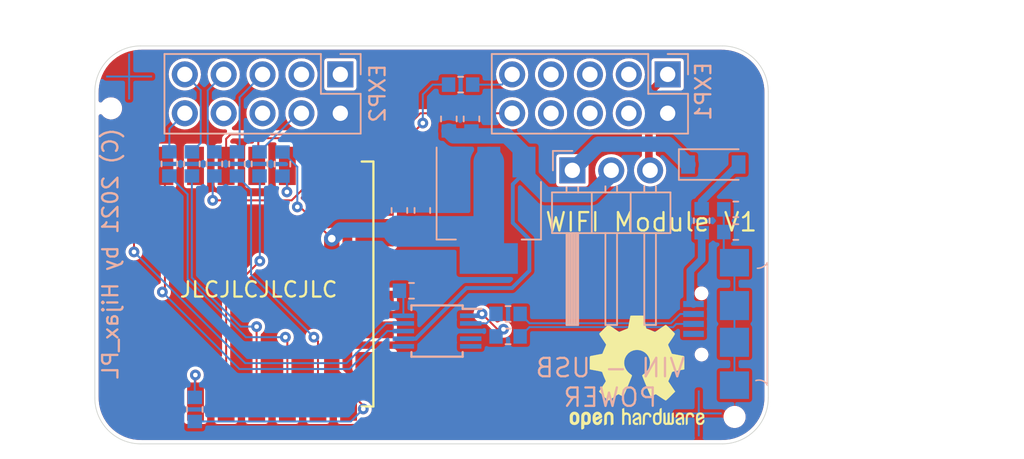
<source format=kicad_pcb>
(kicad_pcb (version 20210108) (generator pcbnew)
  (layers (0 "F.Cu" signal) (31 "B.Cu" signal) (34 "B.Paste" user) (35 "F.Paste" user) (36 "B.SilkS" user "B.Silkscreen") (37 "F.SilkS" user "F.Silkscreen") (38 "B.Mask" user) (39 "F.Mask" user) (44 "Edge.Cuts" user))
  (net 0 "")
  (net 1 "3.3V")
  (net 2 "GND")
  (net 3 "5V")
  (net 4 "Net-(C6-Pad2)")
  (net 5 "Net-(C19-Pad2)")
  (net 6 "Net-(D1-Pad2)")
  (net 7 "/GPIO4")
  (net 8 "/VBUS")
  (net 9 "/E_MISO")
  (net 10 "/E_SCK")
  (net 11 "/CSEL")
  (net 12 "/E_MOSI")
  (net 13 "/E_RST")
  (net 14 "Net-(F1-Pad1)")
  (net 15 "/D+")
  (net 16 "/D-")
  (net 17 "/MISO")
  (net 18 "/RST")
  (net 19 "/BOOT")
  (net 20 "/SCK")
  (net 21 "/MOSI")
  (net 22 "/EN")
  (net 23 "Net-(R8-Pad2)")
  (net 24 "USB_D-")
  (net 25 "USB_D+")
  (net 26 "TX")
  (net 27 "RX")
  (net 28 "/~CS")
  (net 29 "/VIN")
  (net 30 "Net-(EXP1-Pad9)")
  (footprint "PrntrBoardV2:JLC_Tool_hole" (layer "F.Cu") (at 88.461 110.821)
    (fp_text reference "H1" hide)
    (fp_text value "JLC Tooling Hole" hide)
    (pad "" np_thru_hole circle (at -18.661 10.419) (size 1.152 1.152) (drill 1.152) (layers *.Cu *.Mask) (clearance 0.148))
  )
  (footprint "Symbol:OSHW-Logo2_9.8x8mm_SilkScreen" (layer "F.Cu") (at 63.43 118.33)
    (fp_text reference "LOGO1" hide)
    (fp_text value "Logo_Open_Hardware_Small" hide)
  )
  (footprint "PrntrBoardV2:JLC_Tool_hole" (layer "F.Cu") (at 88.461 114.491)
    (fp_text reference "H2" hide)
    (fp_text value "JLC Tooling Hole" hide)
    (pad "" np_thru_hole circle (at -59.401 -13.411) (size 1.152 1.152) (drill 1.152) (layers *.Cu *.Mask) (clearance 0.148))
  )
  (footprint "PrntrBoardV2:ESP-12E_SMD" (layer "F.Cu") (at 30.58 119.54 90)
    (fp_text reference "U2" hide)
    (fp_text value "ESP-12F" hide)
    (pad "1" smd rect (at 0 0 90) (size 2.5 1.1) (drill (offset -0.7 0)) (layers "F.Cu" "F.Paste" "F.Mask") (net 18 "/RST"))
    (pad "2" smd rect (at 0 2 90) (size 2.5 1.1) (drill (offset -0.7 0)) (layers "F.Cu" "F.Paste" "F.Mask"))
    (pad "3" smd rect (at 0 4 90) (size 2.5 1.1) (drill (offset -0.7 0)) (layers "F.Cu" "F.Paste" "F.Mask") (net 22 "/EN"))
    (pad "4" smd rect (at 0 6 90) (size 2.5 1.1) (drill (offset -0.7 0)) (layers "F.Cu" "F.Paste" "F.Mask") (net 18 "/RST"))
    (pad "5" smd rect (at 0 8 90) (size 2.5 1.1) (drill (offset -0.7 0)) (layers "F.Cu" "F.Paste" "F.Mask") (net 20 "/SCK"))
    (pad "6" smd rect (at 0 10 90) (size 2.5 1.1) (drill (offset -0.7 0)) (layers "F.Cu" "F.Paste" "F.Mask") (net 17 "/MISO"))
    (pad "7" smd rect (at 0 12 90) (size 2.5 1.1) (drill (offset -0.7 0)) (layers "F.Cu" "F.Paste" "F.Mask") (net 21 "/MOSI"))
    (pad "8" smd rect (at 0 14 90) (size 2.5 1.1) (drill (offset -0.7 0)) (layers "F.Cu" "F.Paste" "F.Mask") (net 1 "3.3V"))
    (pad "9" smd rect (at 14 14 90) (size 2.5 1.1) (drill (offset 0.7 0)) (layers "F.Cu" "F.Paste" "F.Mask") (net 2 "GND"))
    (pad "10" smd rect (at 14 12 90) (size 2.5 1.1) (drill (offset 0.7 0)) (layers "F.Cu" "F.Paste" "F.Mask") (net 28 "/~CS"))
    (pad "11" smd rect (at 14 10 90) (size 2.5 1.1) (drill (offset 0.7 0)) (layers "F.Cu" "F.Paste" "F.Mask") (net 23 "Net-(R8-Pad2)"))
    (pad "12" smd rect (at 14 8 90) (size 2.5 1.1) (drill (offset 0.7 0)) (layers "F.Cu" "F.Paste" "F.Mask") (net 19 "/BOOT"))
    (pad "13" smd rect (at 14 6 90) (size 2.5 1.1) (drill (offset 0.7 0)) (layers "F.Cu" "F.Paste" "F.Mask") (net 7 "/GPIO4"))
    (pad "14" smd rect (at 14 4 90) (size 2.5 1.1) (drill (offset 0.7 0)) (layers "F.Cu" "F.Paste" "F.Mask"))
    (pad "15" smd rect (at 14 2 90) (size 2.5 1.1) (drill (offset 0.7 0)) (layers "F.Cu" "F.Paste" "F.Mask") (net 27 "RX"))
    (pad "16" smd rect (at 14 0 90) (size 2.5 1.1) (drill (offset 0.7 0)) (layers "F.Cu" "F.Paste" "F.Mask") (net 26 "TX"))
    (pad "17" smd rect (at 1.99 15 180) (size 2.5 1.1) (drill (offset -0.7 0)) (layers "F.Cu" "F.Paste" "F.Mask"))
    (pad "18" smd rect (at 3.99 15 180) (size 2.5 1.1) (drill (offset -0.7 0)) (layers "F.Cu" "F.Paste" "F.Mask"))
    (pad "19" smd rect (at 5.99 15 180) (size 2.5 1.1) (drill (offset -0.7 0)) (layers "F.Cu" "F.Paste" "F.Mask"))
    (pad "20" smd rect (at 7.99 15 180) (size 2.5 1.1) (drill (offset -0.7 0)) (layers "F.Cu" "F.Paste" "F.Mask"))
    (pad "21" smd rect (at 9.99 15 180) (size 2.5 1.1) (drill (offset -0.7 0)) (layers "F.Cu" "F.Paste" "F.Mask"))
    (pad "22" smd rect (at 11.99 15 180) (size 2.5 1.1) (drill (offset -0.7 0)) (layers "F.Cu" "F.Paste" "F.Mask"))
  )
  (footprint "Connector_PinSocket_2.54mm:PinSocket_2x05_P2.54mm_Vertical" (layer "B.Cu") (at 65.4268 98.86 90)
    (fp_text reference "EXP1" (at -1.11 2.3332 90) (layer "B.SilkS") (effects (justify mirror)))
    (fp_text value "IDC 2x5")
    (pad "1" thru_hole rect (at 0 0 90) (size 1.7 1.7) (drill 1) (layers *.Cu *.Mask) (net 29 "/VIN"))
    (pad "2" thru_hole oval (at -2.54 0 90) (size 1.7 1.7) (drill 1) (layers *.Cu *.Mask) (net 2 "GND"))
    (pad "3" thru_hole oval (at 0 -2.54 90) (size 1.7 1.7) (drill 1) (layers *.Cu *.Mask))
    (pad "4" thru_hole oval (at -2.54 -2.54 90) (size 1.7 1.7) (drill 1) (layers *.Cu *.Mask))
    (pad "5" thru_hole oval (at 0 -5.08 90) (size 1.7 1.7) (drill 1) (layers *.Cu *.Mask))
    (pad "6" thru_hole oval (at -2.54 -5.08 90) (size 1.7 1.7) (drill 1) (layers *.Cu *.Mask))
    (pad "7" thru_hole oval (at 0 -7.62 90) (size 1.7 1.7) (drill 1) (layers *.Cu *.Mask))
    (pad "8" thru_hole oval (at -2.54 -7.62 90) (size 1.7 1.7) (drill 1) (layers *.Cu *.Mask))
    (pad "9" thru_hole oval (at 0 -10.16 90) (size 1.7 1.7) (drill 1) (layers *.Cu *.Mask) (net 30 "Net-(EXP1-Pad9)"))
    (pad "10" thru_hole oval (at -2.54 -10.16 90) (size 1.7 1.7) (drill 1) (layers *.Cu *.Mask) (net 7 "/GPIO4"))
  )
  (footprint "Connector_PinSocket_2.54mm:PinSocket_2x05_P2.54mm_Vertical" (layer "B.Cu") (at 44.04 98.86 90)
    (fp_text reference "EXP2" (at -1.24 2.4364 270) (layer "B.SilkS") (effects (justify mirror)))
    (fp_text value "IDC 2x5")
    (pad "1" thru_hole rect (at 0 0 90) (size 1.7 1.7) (drill 1) (layers *.Cu *.Mask))
    (pad "2" thru_hole oval (at -2.54 0 90) (size 1.7 1.7) (drill 1) (layers *.Cu *.Mask) (net 2 "GND"))
    (pad "3" thru_hole oval (at 0 -2.54 90) (size 1.7 1.7) (drill 1) (layers *.Cu *.Mask))
    (pad "4" thru_hole oval (at -2.54 -2.54 90) (size 1.7 1.7) (drill 1) (layers *.Cu *.Mask) (net 13 "/E_RST"))
    (pad "5" thru_hole oval (at 0 -5.08 90) (size 1.7 1.7) (drill 1) (layers *.Cu *.Mask) (net 12 "/E_MOSI"))
    (pad "6" thru_hole oval (at -2.54 -5.08 90) (size 1.7 1.7) (drill 1) (layers *.Cu *.Mask))
    (pad "7" thru_hole oval (at 0 -7.62 90) (size 1.7 1.7) (drill 1) (layers *.Cu *.Mask) (net 11 "/CSEL"))
    (pad "8" thru_hole oval (at -2.54 -7.62 90) (size 1.7 1.7) (drill 1) (layers *.Cu *.Mask))
    (pad "9" thru_hole oval (at 0 -10.16 90) (size 1.7 1.7) (drill 1) (layers *.Cu *.Mask) (net 10 "/E_SCK"))
    (pad "10" thru_hole oval (at -2.54 -10.16 90) (size 1.7 1.7) (drill 1) (layers *.Cu *.Mask) (net 9 "/E_MISO"))
  )
  (footprint "PrntrBoardV2:R_0603_1608Metric" (layer "B.Cu") (at 34.53 120.75 -90)
    (fp_text reference "R7" hide)
    (fp_text value "10k" hide)
    (pad "1" smd rect (at -0.7875 0 270) (size 0.875 0.95) (layers "B.Cu" "B.Paste" "B.Mask") (net 22 "/EN"))
    (pad "2" smd rect (at 0.7875 0 270) (size 0.875 0.95) (layers "B.Cu" "B.Paste" "B.Mask") (net 1 "3.3V"))
  )
  (footprint "PrntrBoardV2:R_0603_1608Metric" (layer "B.Cu") (at 40.26 104.72 -90)
    (fp_text reference "R8" hide)
    (fp_text value "10k" hide)
    (pad "1" smd rect (at -0.7875 0 270) (size 0.875 0.95) (layers "B.Cu" "B.Paste" "B.Mask") (net 1 "3.3V"))
    (pad "2" smd rect (at 0.7875 0 270) (size 0.875 0.95) (layers "B.Cu" "B.Paste" "B.Mask") (net 23 "Net-(R8-Pad2)"))
  )
  (footprint "PrntrBoardV2:Fiducial_1mm_Dia_2.54mm_Outer_CopperTop" (layer "B.Cu") (at 67.46 121.01 180)
    (fp_text reference "FID2" hide)
    (fp_text value "Fiducial" hide)
    (pad "~" smd rect (at 0 0 180) (size 3 0.127) (layers "B.Cu" "B.Mask"))
    (pad "~" smd rect (at 0 0 180) (size 0.127 3) (layers "B.Cu" "B.Mask"))
  )
  (footprint "PrntrBoardV2:R_0603_1608Metric" (layer "B.Cu") (at 37.29 104.71 90)
    (fp_text reference "R6" hide)
    (fp_text value "47R" hide)
    (pad "1" smd rect (at -0.7875 0 90) (size 0.875 0.95) (layers "B.Cu" "B.Paste" "B.Mask") (net 21 "/MOSI"))
    (pad "2" smd rect (at 0.7875 0 90) (size 0.875 0.95) (layers "B.Cu" "B.Paste" "B.Mask") (net 12 "/E_MOSI"))
  )
  (footprint "PrntrBoardV2:C_0603_1608Metric" (layer "B.Cu") (at 52.61 101.77 90)
    (fp_text reference "C2" hide)
    (fp_text value "0.1uF" hide)
    (pad "1" smd rect (at -0.7875 0 90) (size 0.875 0.95) (layers "B.Cu" "B.Paste" "B.Mask") (net 3 "5V"))
    (pad "2" smd rect (at 0.7875 0 90) (size 0.875 0.95) (layers "B.Cu" "B.Paste" "B.Mask") (net 2 "GND"))
  )
  (footprint "PrntrBoardV2:R_0603_1608Metric" (layer "B.Cu") (at 51.9 99.53 180)
    (fp_text reference "R3" hide)
    (fp_text value "2k2" hide)
    (pad "1" smd rect (at -0.7875 0 180) (size 0.875 0.95) (layers "B.Cu" "B.Paste" "B.Mask") (net 30 "Net-(EXP1-Pad9)"))
    (pad "2" smd rect (at 0.7875 0 180) (size 0.875 0.95) (layers "B.Cu" "B.Paste" "B.Mask") (net 19 "/BOOT"))
  )
  (footprint "Package_SO:MSOP-10_3x3mm_P0.5mm" (layer "B.Cu") (at 50.36 115.63 180)
    (fp_text reference "U3" hide)
    (fp_text value "CH340G" hide)
    (pad "1" smd rect (at -2.2 1 180) (size 1.4 0.3) (layers "B.Cu" "B.Paste" "B.Mask") (net 25 "USB_D+"))
    (pad "2" smd rect (at -2.2 0.5 180) (size 1.4 0.3) (layers "B.Cu" "B.Paste" "B.Mask") (net 24 "USB_D-"))
    (pad "3" smd rect (at -2.2 0 180) (size 1.4 0.3) (layers "B.Cu" "B.Paste" "B.Mask") (net 2 "GND"))
    (pad "4" smd rect (at -2.2 -0.5 180) (size 1.4 0.3) (layers "B.Cu" "B.Paste" "B.Mask"))
    (pad "5" smd rect (at -2.2 -1 180) (size 1.4 0.3) (layers "B.Cu" "B.Paste" "B.Mask"))
    (pad "6" smd rect (at 2.2 -1 180) (size 1.4 0.3) (layers "B.Cu" "B.Paste" "B.Mask"))
    (pad "7" smd rect (at 2.2 -0.5 180) (size 1.4 0.3) (layers "B.Cu" "B.Paste" "B.Mask") (net 3 "5V"))
    (pad "8" smd rect (at 2.2 0 180) (size 1.4 0.3) (layers "B.Cu" "B.Paste" "B.Mask") (net 27 "RX"))
    (pad "9" smd rect (at 2.2 0.5 180) (size 1.4 0.3) (layers "B.Cu" "B.Paste" "B.Mask") (net 26 "TX"))
    (pad "10" smd rect (at 2.2 1 180) (size 1.4 0.3) (layers "B.Cu" "B.Paste" "B.Mask") (net 4 "Net-(C6-Pad2)"))
  )
  (footprint "PrntrBoardV2:R_0603_1608Metric" (layer "B.Cu") (at 67.65 108.42 90)
    (fp_text reference "F1" hide)
    (fp_text value "500mA" hide)
    (pad "1" smd rect (at -0.7875 0 90) (size 0.875 0.95) (layers "B.Cu" "B.Paste" "B.Mask") (net 14 "Net-(F1-Pad1)"))
    (pad "2" smd rect (at 0.7875 0 90) (size 0.875 0.95) (layers "B.Cu" "B.Paste" "B.Mask") (net 6 "Net-(D1-Pad2)"))
  )
  (footprint "PrntrBoardV2:R_0603_1608Metric" (layer "B.Cu") (at 32.87 104.71 90)
    (fp_text reference "R1" hide)
    (fp_text value "47R" hide)
    (pad "1" smd rect (at -0.7875 0 90) (size 0.875 0.95) (layers "B.Cu" "B.Paste" "B.Mask") (net 17 "/MISO"))
    (pad "2" smd rect (at 0.7875 0 90) (size 0.875 0.95) (layers "B.Cu" "B.Paste" "B.Mask") (net 9 "/E_MISO"))
  )
  (footprint "PrntrBoardV2:C_0603_1608Metric" (layer "B.Cu") (at 51.13 101.77 90)
    (fp_text reference "C1" hide)
    (fp_text value "10uF" hide)
    (pad "1" smd rect (at -0.7875 0 90) (size 0.875 0.95) (layers "B.Cu" "B.Paste" "B.Mask") (net 3 "5V"))
    (pad "2" smd rect (at 0.7875 0 90) (size 0.875 0.95) (layers "B.Cu" "B.Paste" "B.Mask") (net 2 "GND"))
  )
  (footprint "PrntrBoardV2:R_0603_1608Metric" (layer "B.Cu") (at 55 114.51 180)
    (fp_text reference "R10" hide)
    (fp_text value "22" hide)
    (pad "1" smd rect (at -0.7875 0 180) (size 0.875 0.95) (layers "B.Cu" "B.Paste" "B.Mask") (net 16 "/D-"))
    (pad "2" smd rect (at 0.7875 0 180) (size 0.875 0.95) (layers "B.Cu" "B.Paste" "B.Mask") (net 24 "USB_D-"))
  )
  (footprint "Diode_SMD:D_SOD-123" (layer "B.Cu") (at 68.41 104.75)
    (fp_text reference "D1" hide)
    (fp_text value "B5819W" hide)
    (pad "1" smd rect (at -1.65 0) (size 0.9 1.2) (layers "B.Cu" "B.Paste" "B.Mask") (net 8 "/VBUS"))
    (pad "2" smd rect (at 1.65 0) (size 0.9 1.2) (layers "B.Cu" "B.Paste" "B.Mask") (net 6 "Net-(D1-Pad2)"))
  )
  (footprint "PrntrBoardV2:MC-101C" (layer "B.Cu") (at 69.01 115.19 -90)
    (fp_text reference "J3" hide)
    (fp_text value "USB_B_Micro" hide)
    (pad "" np_thru_hole circle (at 1.9746 1.3692 270) (size 0.5 0.5) (drill 0.5) (layers *.Cu *.Mask))
    (pad "" np_thru_hole circle (at -2.0254 1.3692 270) (size 0.5 0.5) (drill 0.5) (layers *.Cu *.Mask))
    (pad "1" smd rect (at -1.3254 1.8942 270) (size 0.4 1.35) (layers "B.Cu" "B.Paste" "B.Mask") (net 14 "Net-(F1-Pad1)"))
    (pad "2" smd rect (at -0.6754 1.8942 270) (size 0.4 1.35) (layers "B.Cu" "B.Paste" "B.Mask") (net 16 "/D-"))
    (pad "3" smd rect (at -0.0254 1.8942 270) (size 0.4 1.35) (layers "B.Cu" "B.Paste" "B.Mask") (net 15 "/D+"))
    (pad "4" smd rect (at 0.6246 1.8942 270) (size 0.4 1.35) (layers "B.Cu" "B.Paste" "B.Mask"))
    (pad "5" smd rect (at 1.2746 1.8942 270) (size 0.4 1.35) (layers "B.Cu" "B.Paste" "B.Mask") (net 2 "GND"))
    (pad "6" smd rect (at -1.2254 -0.7808 270) (size 1.9 1.9) (layers "B.Cu" "B.Paste" "B.Mask") (net 5 "Net-(C19-Pad2)"))
    (pad "6" smd rect (at -4.0254 -0.7808 270) (size 1.8 1.9) (layers "B.Cu" "B.Paste" "B.Mask") (net 5 "Net-(C19-Pad2)"))
    (pad "6" smd rect (at 3.9746 -0.7808 270) (size 1.8 1.9) (layers "B.Cu" "B.Paste" "B.Mask") (net 5 "Net-(C19-Pad2)"))
    (pad "6" smd rect (at 1.1746 -0.7808 270) (size 1.9 1.9) (layers "B.Cu" "B.Paste" "B.Mask") (net 5 "Net-(C19-Pad2)"))
  )
  (footprint "PrntrBoardV2:R_0603_1608Metric" (layer "B.Cu") (at 55 115.98 180)
    (fp_text reference "R11" hide)
    (fp_text value "22" hide)
    (pad "1" smd rect (at -0.7875 0 180) (size 0.875 0.95) (layers "B.Cu" "B.Paste" "B.Mask") (net 15 "/D+"))
    (pad "2" smd rect (at 0.7875 0 180) (size 0.875 0.95) (layers "B.Cu" "B.Paste" "B.Mask") (net 25 "USB_D+"))
  )
  (footprint "PrntrBoardV2:R_0603_1608Metric" (layer "B.Cu") (at 38.76 104.71 90)
    (fp_text reference "R2" hide)
    (fp_text value "470R" hide)
    (pad "1" smd rect (at -0.7875 0 90) (size 0.875 0.95) (layers "B.Cu" "B.Paste" "B.Mask") (net 18 "/RST"))
    (pad "2" smd rect (at 0.7875 0 90) (size 0.875 0.95) (layers "B.Cu" "B.Paste" "B.Mask") (net 13 "/E_RST"))
  )
  (footprint "PrntrBoardV2:C_0603_1608Metric" (layer "B.Cu") (at 69.88 109.16 180)
    (fp_text reference "C19" hide)
    (fp_text value "0.1uF" hide)
    (pad "1" smd rect (at -0.7875 0 180) (size 0.875 0.95) (layers "B.Cu" "B.Paste" "B.Mask") (net 2 "GND"))
    (pad "2" smd rect (at 0.7875 0 180) (size 0.875 0.95) (layers "B.Cu" "B.Paste" "B.Mask") (net 5 "Net-(C19-Pad2)"))
  )
  (footprint "PrntrBoardV2:C_0603_1608Metric" (layer "B.Cu") (at 47.9 107.75 90)
    (fp_text reference "C3" hide)
    (fp_text value "0.1uF" hide)
    (pad "1" smd rect (at -0.7875 0 90) (size 0.875 0.95) (layers "B.Cu" "B.Paste" "B.Mask") (net 1 "3.3V"))
    (pad "2" smd rect (at 0.7875 0 90) (size 0.875 0.95) (layers "B.Cu" "B.Paste" "B.Mask") (net 2 "GND"))
  )
  (footprint "PrntrBoardV2:C_0603_1608Metric" (layer "B.Cu") (at 48.69 113 180)
    (fp_text reference "C6" hide)
    (fp_text value "10n" hide)
    (pad "1" smd rect (at -0.7875 0 180) (size 0.875 0.95) (layers "B.Cu" "B.Paste" "B.Mask") (net 2 "GND"))
    (pad "2" smd rect (at 0.7875 0 180) (size 0.875 0.95) (layers "B.Cu" "B.Paste" "B.Mask") (net 4 "Net-(C6-Pad2)"))
  )
  (footprint "PrntrBoardV2:Fiducial_1mm_Dia_2.54mm_Outer_CopperTop" (layer "B.Cu") (at 30.24 99 180)
    (fp_text reference "FID1" hide)
    (fp_text value "Fiducial" hide)
    (pad "~" smd rect (at 0 0 180) (size 0.127 3) (layers "B.Cu" "B.Mask"))
    (pad "~" smd rect (at 0 0 180) (size 3 0.127) (layers "B.Cu" "B.Mask"))
  )
  (footprint "PrntrBoardV2:R_0603_1608Metric" (layer "B.Cu") (at 34.34 104.71 90)
    (fp_text reference "R4" hide)
    (fp_text value "47R" hide)
    (pad "1" smd rect (at -0.7875 0 90) (size 0.875 0.95) (layers "B.Cu" "B.Paste" "B.Mask") (net 20 "/SCK"))
    (pad "2" smd rect (at 0.7875 0 90) (size 0.875 0.95) (layers "B.Cu" "B.Paste" "B.Mask") (net 10 "/E_SCK"))
  )
  (footprint "PrntrBoardV2:R_0603_1608Metric" (layer "B.Cu") (at 35.81 104.71 90)
    (fp_text reference "R5" hide)
    (fp_text value "2k2" hide)
    (pad "1" smd rect (at -0.7875 0 90) (size 0.875 0.95) (layers "B.Cu" "B.Paste" "B.Mask") (net 28 "/~CS"))
    (pad "2" smd rect (at 0.7875 0 90) (size 0.875 0.95) (layers "B.Cu" "B.Paste" "B.Mask") (net 11 "/CSEL"))
  )
  (footprint "Connector_PinHeader_2.54mm:PinHeader_1x03_P2.54mm_Horizontal" (layer "B.Cu") (at 59.2 105.13 -90)
    (fp_text reference "J1" hide)
    (fp_text value "PWR" hide)
    (pad "1" thru_hole rect (at 0 0 270) (size 1.7 1.7) (drill 1) (layers *.Cu *.Mask) (net 8 "/VBUS"))
    (pad "2" thru_hole oval (at 0 -2.54 270) (size 1.7 1.7) (drill 1) (layers *.Cu *.Mask) (net 3 "5V"))
    (pad "3" thru_hole oval (at 0 -5.08 270) (size 1.7 1.7) (drill 1) (layers *.Cu *.Mask) (net 29 "/VIN"))
  )
  (footprint "PrntrBoardV2:R_0603_1608Metric" (layer "B.Cu") (at 69.88 107.68 180)
    (fp_text reference "R12" hide)
    (fp_text value "100k" hide)
    (pad "1" smd rect (at -0.7875 0 180) (size 0.875 0.95) (layers "B.Cu" "B.Paste" "B.Mask") (net 2 "GND"))
    (pad "2" smd rect (at 0.7875 0 180) (size 0.875 0.95) (layers "B.Cu" "B.Paste" "B.Mask") (net 5 "Net-(C19-Pad2)"))
  )
  (footprint "PrntrBoardV2:C_0603_1608Metric" (layer "B.Cu") (at 49.4 107.75 90)
    (fp_text reference "C4" hide)
    (fp_text value "10uF" hide)
    (pad "1" smd rect (at -0.7875 0 90) (size 0.875 0.95) (layers "B.Cu" "B.Paste" "B.Mask") (net 1 "3.3V"))
    (pad "2" smd rect (at 0.7875 0 90) (size 0.875 0.95) (layers "B.Cu" "B.Paste" "B.Mask") (net 2 "GND"))
  )
  (footprint "Package_TO_SOT_SMD:SOT-223-3_TabPin2" (layer "B.Cu") (at 53.74 107.74 -90)
    (fp_text reference "U1" hide)
    (fp_text value "AMS1117-3.3" hide)
    (pad "1" smd rect (at -3.15 2.3 270) (size 2 1.5) (layers "B.Cu" "B.Paste" "B.Mask") (net 2 "GND"))
    (pad "2" smd rect (at 3.15 0 270) (size 2 3.8) (layers "B.Cu" "B.Paste" "B.Mask") (net 1 "3.3V"))
    (pad "2" smd rect (at -3.15 0 270) (size 2 1.5) (layers "B.Cu" "B.Paste" "B.Mask") (net 1 "3.3V"))
    (pad "3" smd rect (at -3.15 -2.3 270) (size 2 1.5) (layers "B.Cu" "B.Paste" "B.Mask") (net 3 "5V"))
  )
  (gr_arc (start 69 100) (end 69 97) (angle 90) (layer "Edge.Cuts") (width 0.05))
  (gr_arc (start 31 100) (end 28 100) (angle 90) (layer "Edge.Cuts") (width 0.05))
  (gr_line (start 72 120) (end 72 100) (layer "Edge.Cuts") (width 0.05))
  (gr_line (start 69 97) (end 31 97) (layer "Edge.Cuts") (width 0.05))
  (gr_arc (start 69 120) (end 72 120) (angle 90) (layer "Edge.Cuts") (width 0.05))
  (gr_line (start 31 123) (end 69 123) (layer "Edge.Cuts") (width 0.05))
  (gr_line (start 28 100) (end 28 120) (layer "Edge.Cuts") (width 0.05))
  (gr_arc (start 31 120) (end 28 120) (angle -90) (layer "Edge.Cuts") (width 0.05))
  (gr_text "(C) 2021 by Hijax_PL" (at 29.02 110.57 90) (layer "B.SilkS") (effects (font (size 1 1)) (justify mirror)))
  (gr_text "VIN - USB\nPOWER" (at 61.68 119) (layer "B.SilkS") (effects (font (size 1.2 1.2)) (justify mirror)))
  (gr_text "WIFI Module V1" (at 57.34 108.51) (layer "F.SilkS") (effects (font (size 1.2 1.2)) (justify left)))
  (gr_text "JLCJLCJLCJLC" (at 38.7 112.92) (layer "F.SilkS") (effects (font (size 1 1))))
  (segment (start 44.58 119.54) (end 43.48 118.44) (width 1) (layer "F.Cu") (net 1))
  (segment (start 45.54 120.5) (end 44.58 119.54) (width 0.127) (layer "F.Cu") (net 1))
  (segment (start 41.23 107.52) (end 41.41 107.52) (width 0.127) (layer "F.Cu") (net 1))
  (segment (start 41.41 107.52) (end 43.48 109.59) (width 0.127) (layer "F.Cu") (net 1))
  (segment (start 43.48 118.44) (end 43.48 109.59) (width 1) (layer "F.Cu") (net 1))
  (segment (start 45.54 120.72) (end 45.54 120.5) (width 0.127) (layer "F.Cu") (net 1))
  (via (at 43.48 109.59) (size 1) (drill 0.5) (layers "F.Cu" "B.Cu") (net 1))
  (via (at 41.23 107.52) (size 0.7) (drill 0.3) (layers "F.Cu" "B.Cu") (net 1))
  (via (at 45.54 120.72) (size 0.7) (drill 0.3) (layers "F.Cu" "B.Cu") (net 1))
  (segment (start 53.74 109.12) (end 47.85 109.12) (width 2) (layer "B.Cu") (net 1))
  (segment (start 47.85 109.12) (end 47.82 109.09) (width 2) (layer "B.Cu") (net 1))
  (segment (start 40.26 103.9325) (end 41.23 104.9025) (width 0.127) (layer "B.Cu") (net 1))
  (segment (start 44.04 109.03) (end 47.76 109.03) (width 1) (layer "B.Cu") (net 1))
  (segment (start 53.74 104.59) (end 53.74 109.12) (width 2) (layer "B.Cu") (net 1))
  (segment (start 34.53 121.5375) (end 44.7225 121.5375) (width 0.127) (layer "B.Cu") (net 1))
  (segment (start 41.23 104.9025) (end 41.23 107.52) (width 0.127) (layer "B.Cu") (net 1))
  (segment (start 53.74 109.12) (end 53.74 110.89) (width 2) (layer "B.Cu") (net 1))
  (segment (start 44.7225 121.5375) (end 45.54 120.72) (width 0.127) (layer "B.Cu") (net 1))
  (segment (start 47.76 109.03) (end 47.85 109.12) (width 1) (layer "B.Cu") (net 1))
  (segment (start 43.48 109.59) (end 44.04 109.03) (width 1) (layer "B.Cu") (net 1))
  (segment (start 48.96722 116.13) (end 48.16 116.13) (width 0.254) (layer "B.Cu") (net 3))
  (segment (start 57.44 106.71) (end 60.16 106.71) (width 1) (layer "B.Cu") (net 3))
  (segment (start 55.26 112.82) (end 52.27722 112.82) (width 0.254) (layer "B.Cu") (net 3))
  (segment (start 54.905631 102.877011) (end 56.04 104.01138) (width 1) (layer "B.Cu") (net 3))
  (segment (start 56.04 104.01138) (end 56.04 104.59) (width 1) (layer "B.Cu") (net 3))
  (segment (start 51.449511 102.877011) (end 54.905631 102.877011) (width 1) (layer "B.Cu") (net 3))
  (segment (start 56.39 109.64) (end 56.39 111.69) (width 0.254) (layer "B.Cu") (net 3))
  (segment (start 60.16 106.71) (end 60.44862 106.71) (width 1) (layer "B.Cu") (net 3))
  (segment (start 56.04 104.59) (end 56.04 105.31) (width 1) (layer "B.Cu") (net 3))
  (segment (start 61.74 105.13) (end 60.16 106.71) (width 0.5) (layer "B.Cu") (net 3))
  (segment (start 55.31 106.04) (end 55.31 108.56) (width 0.254) (layer "B.Cu") (net 3))
  (segment (start 56.39 111.69) (end 55.26 112.82) (width 0.254) (layer "B.Cu") (net 3))
  (segment (start 51.13 102.5575) (end 51.449511 102.877011) (width 1) (layer "B.Cu") (net 3))
  (segment (start 52.27722 112.82) (end 48.96722 116.13) (width 0.254) (layer "B.Cu") (net 3))
  (segment (start 55.31 108.56) (end 56.39 109.64) (width 0.254) (layer "B.Cu") (net 3))
  (segment (start 56.04 105.31) (end 55.31 106.04) (width 0.254) (layer "B.Cu") (net 3))
  (segment (start 60.44862 106.71) (end 61.74 105.41862) (width 1) (layer "B.Cu") (net 3))
  (segment (start 56.04 105.31) (end 57.44 106.71) (width 1) (layer "B.Cu") (net 3))
  (segment (start 48.16 114.63) (end 48.16 113.2575) (width 0.127) (layer "B.Cu") (net 4))
  (segment (start 69.0925 107.68) (end 69.0925 110.4663) (width 0.127) (layer "B.Cu") (net 5))
  (segment (start 69.7908 119.1646) (end 69.7908 111.1646) (width 0.127) (layer "B.Cu") (net 5))
  (segment (start 67.65 107.6325) (end 67.65 107.16) (width 0.5) (layer "B.Cu") (net 6))
  (segment (start 67.65 107.16) (end 70.06 104.75) (width 0.5) (layer "B.Cu") (net 6))
  (segment (start 49.270058 101.4) (end 47.894069 102.775989) (width 0.127) (layer "F.Cu") (net 7))
  (segment (start 55.2668 101.4) (end 49.270058 101.4) (width 0.127) (layer "F.Cu") (net 7))
  (segment (start 36.874011 102.775989) (end 36.58 103.07) (width 0.127) (layer "F.Cu") (net 7))
  (segment (start 47.894069 102.775989) (end 36.874011 102.775989) (width 0.127) (layer "F.Cu") (net 7))
  (segment (start 36.58 103.07) (end 36.58 105.54) (width 0.127) (layer "F.Cu") (net 7))
  (segment (start 60.91 103.42) (end 65.43 103.42) (width 1) (layer "B.Cu") (net 8))
  (segment (start 65.43 103.42) (end 66.76 104.75) (width 1) (layer "B.Cu") (net 8))
  (segment (start 59.2 105.13) (end 60.91 103.42) (width 1) (layer "B.Cu") (net 8))
  (segment (start 32.87 102.41) (end 33.88 101.4) (width 0.127) (layer "B.Cu") (net 9))
  (segment (start 32.87 103.9225) (end 32.87 102.41) (width 0.127) (layer "B.Cu") (net 9))
  (segment (start 33.88 98.86) (end 34.920511 99.900511) (width 0.127) (layer "B.Cu") (net 10))
  (segment (start 34.920511 103.341989) (end 34.34 103.9225) (width 0.127) (layer "B.Cu") (net 10))
  (segment (start 34.920511 99.900511) (end 34.920511 103.341989) (width 0.127) (layer "B.Cu") (net 10))
  (segment (start 35.379489 103.491989) (end 35.81 103.9225) (width 0.127) (layer "B.Cu") (net 11))
  (segment (start 36.42 98.86) (end 35.379489 99.900511) (width 0.127) (layer "B.Cu") (net 11))
  (segment (start 35.379489 99.900511) (end 35.379489 103.491989) (width 0.127) (layer "B.Cu") (net 11))
  (segment (start 37.460511 100.359489) (end 38.96 98.86) (width 0.127) (layer "B.Cu") (net 12))
  (segment (start 37.460511 103.751989) (end 37.460511 100.359489) (width 0.127) (layer "B.Cu") (net 12))
  (segment (start 38.76 103.9225) (end 41.2825 101.4) (width 0.127) (layer "B.Cu") (net 13))
  (segment (start 66.91 111.69) (end 66.91 113.6588) (width 0.5) (layer "B.Cu") (net 14))
  (segment (start 67.65 109.2075) (end 67.65 110.95) (width 0.5) (layer "B.Cu") (net 14))
  (segment (start 66.91 113.6588) (end 67.1158 113.8646) (width 0.5) (layer "B.Cu") (net 14))
  (segment (start 67.65 110.95) (end 66.91 111.69) (width 0.5) (layer "B.Cu") (net 14))
  (segment (start 67.1158 115.1646) (end 65.989402 115.1646) (width 0.127) (layer "B.Cu") (net 15))
  (segment (start 65.989402 115.1646) (end 65.782001 115.372001) (width 0.127) (layer "B.Cu") (net 15))
  (segment (start 65.782001 115.372001) (end 56.395499 115.372001) (width 0.127) (layer "B.Cu") (net 15))
  (segment (start 56.395499 115.372001) (end 55.7875 115.98) (width 0.127) (layer "B.Cu") (net 15))
  (segment (start 66.2454 114.5146) (end 65.642001 115.117999) (width 0.127) (layer "B.Cu") (net 16))
  (segment (start 65.642001 115.117999) (end 56.395499 115.117999) (width 0.127) (layer "B.Cu") (net 16))
  (segment (start 56.395499 115.117999) (end 55.7875 114.51) (width 0.127) (layer "B.Cu") (net 16))
  (segment (start 67.1158 114.5146) (end 66.2454 114.5146) (width 0.127) (layer "B.Cu") (net 16))
  (segment (start 40.58 116.16) (end 40.58 119.54) (width 0.127) (layer "F.Cu") (net 17))
  (segment (start 40.45 116.03) (end 40.58 116.16) (width 0.127) (layer "F.Cu") (net 17))
  (via (at 40.45 116.03) (size 0.7) (drill 0.3) (layers "F.Cu" "B.Cu") (net 17))
  (segment (start 37.870774 116.03) (end 40.45 116.03) (width 0.127) (layer "B.Cu") (net 17))
  (segment (start 34.065387 112.224613) (end 37.870774 116.03) (width 0.127) (layer "B.Cu") (net 17))
  (segment (start 34.065387 106.692887) (end 32.87 105.4975) (width 0.127) (layer "B.Cu") (net 17))
  (segment (start 34.065387 112.224613) (end 34.065387 106.692887) (width 0.127) (layer "B.Cu") (net 17))
  (segment (start 36.58 119.54) (end 36.58 117.62) (width 0.127) (layer "F.Cu") (net 18))
  (segment (start 36.58 113.26) (end 38.78 111.06) (width 0.127) (layer "F.Cu") (net 18))
  (segment (start 30.58 118.59) (end 31.55 117.62) (width 0.127) (layer "F.Cu") (net 18))
  (segment (start 30.58 119.54) (end 30.58 118.59) (width 0.127) (layer "F.Cu") (net 18))
  (segment (start 31.55 117.62) (end 36.58 117.62) (width 0.127) (layer "F.Cu") (net 18))
  (segment (start 36.58 117.62) (end 36.58 113.26) (width 0.127) (layer "F.Cu") (net 18))
  (via (at 38.78 111.06) (size 0.7) (drill 0.3) (layers "F.Cu" "B.Cu") (net 18))
  (segment (start 38.78 111.06) (end 38.78 105.5175) (width 0.127) (layer "B.Cu") (net 18))
  (segment (start 38.68 103.28) (end 38.93 103.03) (width 0.127) (layer "F.Cu") (net 19))
  (segment (start 48.44 103.03) (end 49.43 102.04) (width 0.127) (layer "F.Cu") (net 19))
  (segment (start 38.93 103.03) (end 48.44 103.03) (width 0.127) (layer "F.Cu") (net 19))
  (segment (start 38.68 104.59708) (end 38.68 103.28) (width 0.127) (layer "F.Cu") (net 19))
  (via (at 49.43 102.04) (size 0.7) (drill 0.3) (layers "F.Cu" "B.Cu") (net 19))
  (segment (start 50.07 99.53) (end 51.1125 99.53) (width 0.127) (layer "B.Cu") (net 19))
  (segment (start 49.43 102.04) (end 49.43 100.17) (width 0.127) (layer "B.Cu") (net 19))
  (segment (start 49.43 100.17) (end 50.07 99.53) (width 0.127) (layer "B.Cu") (net 19))
  (segment (start 38.57 115.34) (end 38.57 119.53) (width 0.127) (layer "F.Cu") (net 20))
  (via (at 38.57 115.34) (size 0.7) (drill 0.3) (layers "F.Cu" "B.Cu") (net 20))
  (segment (start 34.34 112.14) (end 37.54 115.34) (width 0.127) (layer "B.Cu") (net 20))
  (segment (start 37.54 115.34) (end 38.57 115.34) (width 0.127) (layer "B.Cu") (net 20))
  (segment (start 34.34 105.4975) (end 34.34 112.14) (width 0.127) (layer "B.Cu") (net 20))
  (segment (start 42.58 116.3) (end 42.58 119.54) (width 0.127) (layer "F.Cu") (net 21))
  (segment (start 42.31 116.03) (end 42.58 116.3) (width 0.127) (layer "F.Cu") (net 21))
  (via (at 42.31 116.03) (size 0.7) (drill 0.3) (layers "F.Cu" "B.Cu") (net 21))
  (segment (start 38.21 111.93) (end 42.31 116.03) (width 0.127) (layer "B.Cu") (net 21))
  (segment (start 38.21 106.4175) (end 37.29 105.4975) (width 0.127) (layer "B.Cu") (net 21))
  (segment (start 38.21 111.93) (end 38.21 106.4175) (width 0.127) (layer "B.Cu") (net 21))
  (segment (start 34.57 118.5) (end 34.57 119.53) (width 0.127) (layer "F.Cu") (net 22))
  (via (at 34.57 118.5) (size 0.7) (drill 0.3) (layers "F.Cu" "B.Cu") (net 22))
  (segment (start 34.53 119.9625) (end 34.53 118.54) (width 0.127) (layer "B.Cu") (net 22))
  (segment (start 34.53 118.54) (end 34.57 118.5) (width 0.127) (layer "B.Cu") (net 22))
  (segment (start 40.58 105.54) (end 40.58 106.51) (width 0.127) (layer "F.Cu") (net 23))
  (segment (start 40.58 106.51) (end 40.55 106.54) (width 0.127) (layer "F.Cu") (net 23))
  (via (at 40.55 106.54) (size 0.7) (drill 0.3) (layers "F.Cu" "B.Cu") (net 23))
  (segment (start 40.55 106.54) (end 40.55 105.7975) (width 0.127) (layer "B.Cu") (net 23))
  (segment (start 54.2125 114.51) (end 53.5925 115.13) (width 0.127) (layer "B.Cu") (net 24))
  (segment (start 53.5925 115.13) (end 52.56 115.13) (width 0.127) (layer "B.Cu") (net 24))
  (segment (start 54.303484 115.51) (end 54.7 115.51) (width 0.127) (layer "F.Cu") (net 25))
  (segment (start 53.297998 114.504514) (end 54.303484 115.51) (width 0.127) (layer "F.Cu") (net 25))
  (via (at 53.297998 114.504514) (size 0.7) (drill 0.3) (layers "F.Cu" "B.Cu") (net 25))
  (via (at 54.7 115.51) (size 0.7) (drill 0.3) (layers "F.Cu" "B.Cu") (net 25))
  (segment (start 53.172512 114.63) (end 53.297998 114.504514) (width 0.127) (layer "B.Cu") (net 25))
  (segment (start 54.6825 115.51) (end 54.2125 115.98) (width 0.127) (layer "B.Cu") (net 25))
  (segment (start 54.7 115.51) (end 54.6825 115.51) (width 0.127) (layer "B.Cu") (net 25))
  (segment (start 30.56 110.46) (end 30.56 105.56) (width 0.127) (layer "F.Cu") (net 26))
  (via (at 30.56 110.46) (size 0.7) (drill 0.3) (layers "F.Cu" "B.Cu") (net 26))
  (segment (start 37.825 117.725) (end 30.56 110.46) (width 0.127) (layer "B.Cu") (net 26))
  (segment (start 48.16 115.13) (end 47.04 115.13) (width 0.127) (layer "B.Cu") (net 26))
  (segment (start 47.04 115.13) (end 44.445 117.725) (width 0.127) (layer "B.Cu") (net 26))
  (segment (start 44.445 117.725) (end 37.825 117.725) (width 0.127) (layer "B.Cu") (net 26))
  (segment (start 32.58 105.54) (end 32.58 112.91) (width 0.127) (layer "F.Cu") (net 27))
  (segment (start 32.58 112.91) (end 32.412801 113.077199) (width 0.127) (layer "F.Cu") (net 27))
  (via (at 32.412801 113.077199) (size 0.7) (drill 0.3) (layers "F.Cu" "B.Cu") (net 27))
  (segment (start 48.16 115.63) (end 47.12 115.63) (width 0.127) (layer "B.Cu") (net 27))
  (segment (start 37.445602 118.11) (end 32.412801 113.077199) (width 0.127) (layer "B.Cu") (net 27))
  (segment (start 44.64 118.11) (end 37.445602 118.11) (width 0.127) (layer "B.Cu") (net 27))
  (segment (start 47.12 115.63) (end 44.64 118.11) (width 0.127) (layer "B.Cu") (net 27))
  (segment (start 35.59 107.09) (end 35.7 107.09) (width 0.127) (layer "F.Cu") (net 28))
  (segment (start 42.410058 105.54) (end 40.860058 107.09) (width 0.127) (layer "F.Cu") (net 28))
  (segment (start 40.860058 107.09) (end 35.7 107.09) (width 0.127) (layer "F.Cu") (net 28))
  (via (at 35.7 107.09) (size 0.7) (drill 0.3) (layers "F.Cu" "B.Cu") (net 28))
  (segment (start 35.7 107.09) (end 35.7 105.6075) (width 0.127) (layer "B.Cu") (net 28))
  (segment (start 64.199789 105.049789) (end 64.199789 100.087011) (width 0.5) (layer "F.Cu") (net 29))
  (segment (start 64.199789 100.087011) (end 65.4268 98.86) (width 0.5) (layer "F.Cu") (net 29))
  (segment (start 52.6875 99.53) (end 54.5968 99.53) (width 0.127) (layer "B.Cu") (net 30))
  (segment (start 54.5968 99.53) (end 55.2668 98.86) (width 0.127) (layer "B.Cu") (net 30))
  (zone (net 2) (net_name "GND") (layers F&B.Cu) (connect_pads yes (clearance 0.2032)) (min_thickness 0.254) (fill yes (thermal_gap 0.508) (thermal_bridge_width 0.508))
    (polygon (pts (xy 73 124) (xy 27 124) (xy 27 94) (xy 73 94)))
  )
)
</source>
